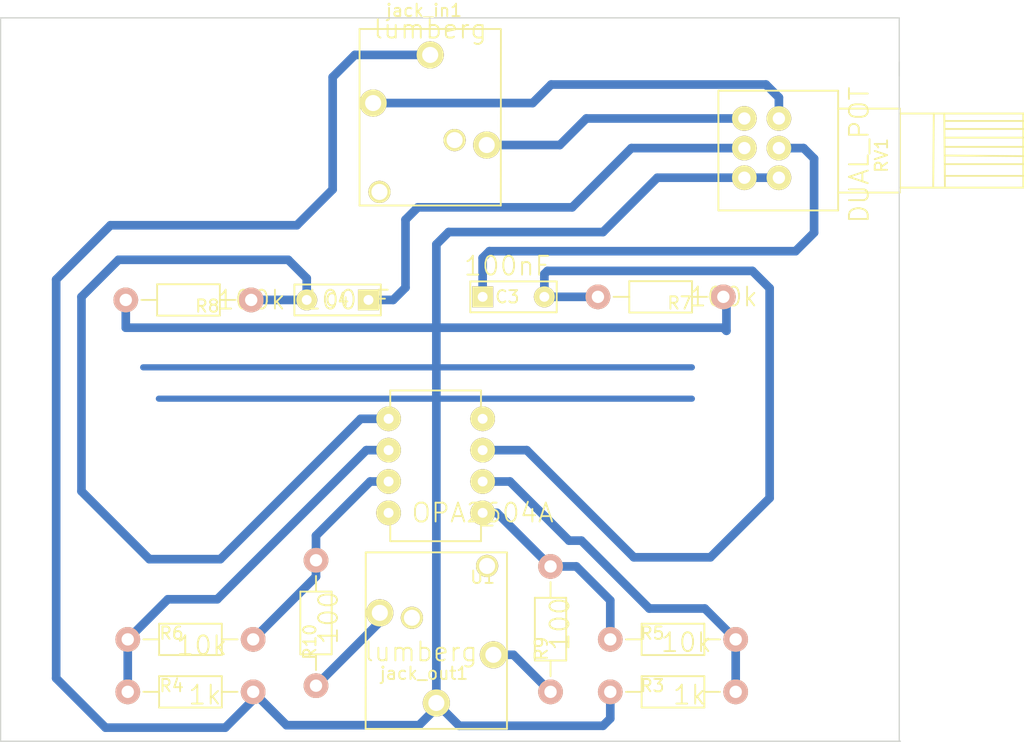
<source format=kicad_pcb>
(kicad_pcb (version 3) (host pcbnew "(22-Jun-2014 BZR 4027)-stable")

  (general
    (links 25)
    (no_connects 0)
    (area 83.649999 62.225 167.625001 123.25)
    (thickness 1.6)
    (drawings 5)
    (tracks 102)
    (zones 0)
    (modules 14)
    (nets 16)
  )

  (page A3)
  (layers
    (15 F.Cu signal)
    (0 B.Cu signal)
    (16 B.Adhes user)
    (17 F.Adhes user)
    (18 B.Paste user)
    (19 F.Paste user)
    (20 B.SilkS user)
    (21 F.SilkS user)
    (22 B.Mask user)
    (23 F.Mask user)
    (24 Dwgs.User user)
    (25 Cmts.User user)
    (26 Eco1.User user)
    (27 Eco2.User user)
    (28 Edge.Cuts user)
  )

  (setup
    (last_trace_width 0.5)
    (trace_clearance 1)
    (zone_clearance 0.508)
    (zone_45_only no)
    (trace_min 0.2)
    (segment_width 0.2)
    (edge_width 0.1)
    (via_size 2)
    (via_drill 1)
    (via_min_size 1.5)
    (via_min_drill 0.3)
    (uvia_size 0.3)
    (uvia_drill 0.1)
    (uvias_allowed no)
    (uvia_min_size 0.2)
    (uvia_min_drill 0.1)
    (pcb_text_width 0.3)
    (pcb_text_size 1.5 1.5)
    (mod_edge_width 0.15)
    (mod_text_size 1 1)
    (mod_text_width 0.15)
    (pad_size 2.2 2.2)
    (pad_drill 1.2)
    (pad_to_mask_clearance 0)
    (aux_axis_origin 0 0)
    (visible_elements 7FFFFFFF)
    (pcbplotparams
      (layerselection 1)
      (usegerberextensions true)
      (excludeedgelayer true)
      (linewidth 0.150000)
      (plotframeref false)
      (viasonmask false)
      (mode 1)
      (useauxorigin false)
      (hpglpennumber 1)
      (hpglpenspeed 20)
      (hpglpendiameter 15)
      (hpglpenoverlay 2)
      (psnegative false)
      (psa4output false)
      (plotreference true)
      (plotvalue true)
      (plotothertext true)
      (plotinvisibletext false)
      (padsonsilk false)
      (subtractmaskfromsilk false)
      (outputformat 1)
      (mirror false)
      (drillshape 0)
      (scaleselection 1)
      (outputdirectory ""))
  )

  (net 0 "")
  (net 1 GNDREF)
  (net 2 N-0000010)
  (net 3 N-0000011)
  (net 4 N-0000012)
  (net 5 N-0000015)
  (net 6 N-000002)
  (net 7 N-000003)
  (net 8 N-000004)
  (net 9 N-000005)
  (net 10 N-000006)
  (net 11 N-000007)
  (net 12 N-000008)
  (net 13 N-000009)
  (net 14 VCC)
  (net 15 VEE)

  (net_class Default "To jest domyślna klasa połączeń."
    (clearance 1)
    (trace_width 0.5)
    (via_dia 2)
    (via_drill 1)
    (uvia_dia 0.3)
    (uvia_drill 0.1)
    (add_net "")
  )

  (net_class gn ""
    (clearance 1)
    (trace_width 0.7)
    (via_dia 2)
    (via_drill 1)
    (uvia_dia 0.3)
    (uvia_drill 0.1)
    (add_net GNDREF)
  )

  (net_class sygn1 ""
    (clearance 1)
    (trace_width 0.7)
    (via_dia 2)
    (via_drill 1)
    (uvia_dia 0.3)
    (uvia_drill 0.1)
    (add_net N-0000010)
    (add_net N-0000011)
    (add_net N-0000012)
    (add_net N-0000015)
    (add_net N-000002)
    (add_net N-000003)
    (add_net N-000004)
    (add_net N-000005)
    (add_net N-000006)
    (add_net N-000007)
    (add_net N-000008)
    (add_net N-000009)
  )

  (net_class sygn2 ""
    (clearance 1)
    (trace_width 0.7)
    (via_dia 2)
    (via_drill 1)
    (uvia_dia 0.3)
    (uvia_drill 0.1)
  )

  (net_class sygn3 ""
    (clearance 1)
    (trace_width 0.7)
    (via_dia 2)
    (via_drill 1)
    (uvia_dia 0.3)
    (uvia_drill 0.1)
  )

  (net_class sygn4 ""
    (clearance 1)
    (trace_width 0.7)
    (via_dia 2)
    (via_drill 1)
    (uvia_dia 0.3)
    (uvia_drill 0.1)
  )

  (net_class sygn5 ""
    (clearance 1)
    (trace_width 0.7)
    (via_dia 2)
    (via_drill 1)
    (uvia_dia 0.3)
    (uvia_drill 0.1)
  )

  (net_class vccvee ""
    (clearance 1)
    (trace_width 0.7)
    (via_dia 2)
    (via_drill 1)
    (uvia_dia 0.3)
    (uvia_drill 0.1)
    (add_net VCC)
    (add_net VEE)
  )

  (module tk_wima_C_Rect_L7_W2.5_P5 (layer F.Cu) (tedit 58C26C2B) (tstamp 58C012B3)
    (at 113.5 87.25 180)
    (descr "wima 7x 2.5x5mm")
    (tags Capacitor)
    (path /5799D456)
    (fp_text reference C4 (at 2.54 0 180) (layer F.SilkS)
      (effects (font (size 1 1) (thickness 0.15)))
    )
    (fp_text value 100nF (at 1.75 0 180) (layer F.SilkS)
      (effects (font (size 1.524 1.524) (thickness 0.15)))
    )
    (fp_line (start -1 -1.25) (end 6 -1.25) (layer F.SilkS) (width 0.15))
    (fp_line (start 6 -1.25) (end 6 1.25) (layer F.SilkS) (width 0.15))
    (fp_line (start 6 1.25) (end -1 1.25) (layer F.SilkS) (width 0.15))
    (fp_line (start -1 1.25) (end -1 -1.25) (layer F.SilkS) (width 0.15))
    (pad 1 thru_hole rect (at 0 0 180) (size 1.7 1.7) (drill 0.8)
      (layers *.Cu *.Mask F.SilkS)
      (net 9 N-000005)
    )
    (pad 2 thru_hole circle (at 5 0 180) (size 1.7 1.7) (drill 0.8)
      (layers *.Cu *.Mask F.SilkS)
      (net 10 N-000006)
    )
    (model Capacitors_ThroughHole.3dshapes/C_Rect_L7_W2_P5.wrl
      (at (xyz 0.1 0 0))
      (scale (xyz 1 1 1))
      (rotate (xyz 0 0 0))
    )
  )

  (module tk_wima_C_Rect_L7_W2.5_P5 (layer F.Cu) (tedit 58C26829) (tstamp 58C012BD)
    (at 122.75 87)
    (descr "wima 7x 2.5x5mm")
    (tags Capacitor)
    (path /5799CC47)
    (fp_text reference C3 (at 2 0) (layer F.SilkS)
      (effects (font (size 1 1) (thickness 0.15)))
    )
    (fp_text value 100nF (at 2 -2.5) (layer F.SilkS)
      (effects (font (size 1.524 1.524) (thickness 0.15)))
    )
    (fp_line (start -1 -1.25) (end 6 -1.25) (layer F.SilkS) (width 0.15))
    (fp_line (start 6 -1.25) (end 6 1.25) (layer F.SilkS) (width 0.15))
    (fp_line (start 6 1.25) (end -1 1.25) (layer F.SilkS) (width 0.15))
    (fp_line (start -1 1.25) (end -1 -1.25) (layer F.SilkS) (width 0.15))
    (pad 1 thru_hole rect (at 0 0) (size 1.7 1.7) (drill 0.8)
      (layers *.Cu *.Mask F.SilkS)
      (net 8 N-000004)
    )
    (pad 2 thru_hole circle (at 5 0) (size 1.7 1.7) (drill 0.8)
      (layers *.Cu *.Mask F.SilkS)
      (net 3 N-0000011)
    )
    (model Capacitors_ThroughHole.3dshapes/C_Rect_L7_W2_P5.wrl
      (at (xyz 0.1 0 0))
      (scale (xyz 1 1 1))
      (rotate (xyz 0 0 0))
    )
  )

  (module tk_Resistor_Horizontal_RM10mm (layer F.Cu) (tedit 58C2931A) (tstamp 58C012CF)
    (at 143.25 119 180)
    (descr "Resistor, Axial,  RM 10mm, 1/3W")
    (tags "Resistor Axial RM 10mm 1/3W")
    (path /576B9F4D)
    (fp_text reference R3 (at 6.75 0.5 180) (layer F.SilkS)
      (effects (font (size 1 1) (thickness 0.15)))
    )
    (fp_text value 1k (at 3.75 -0.25 180) (layer F.SilkS)
      (effects (font (size 1.524 1.524) (thickness 0.15)))
    )
    (fp_line (start 2.54 -1.27) (end 7.62 -1.27) (layer F.SilkS) (width 0.15))
    (fp_line (start 7.62 -1.27) (end 7.62 1.27) (layer F.SilkS) (width 0.15))
    (fp_line (start 7.62 1.27) (end 2.54 1.27) (layer F.SilkS) (width 0.15))
    (fp_line (start 2.54 1.27) (end 2.54 -1.27) (layer F.SilkS) (width 0.15))
    (fp_line (start 2.54 0) (end 1.27 0) (layer F.SilkS) (width 0.15))
    (fp_line (start 7.62 0) (end 8.89 0) (layer F.SilkS) (width 0.15))
    (pad 1 thru_hole circle (at 0 0 180) (size 1.99898 1.99898) (drill 1.00076)
      (layers *.Cu *.SilkS *.Mask)
      (net 13 N-000009)
      (clearance 1)
    )
    (pad 2 thru_hole circle (at 10.16 0 180) (size 1.99898 1.99898) (drill 1.00076)
      (layers *.Cu *.SilkS *.Mask)
      (net 1 GNDREF)
      (clearance 1)
    )
    (model Resistors_ThroughHole.3dshapes/Resistor_Horizontal_RM10mm.wrl
      (at (xyz 0.2 0 0))
      (scale (xyz 0.4 0.4 0.4))
      (rotate (xyz 0 0 0))
    )
  )

  (module tk_Resistor_Horizontal_RM10mm (layer F.Cu) (tedit 58C292E7) (tstamp 58C012DB)
    (at 109.25 118.5 90)
    (descr "Resistor, Axial,  RM 10mm, 1/3W")
    (tags "Resistor Axial RM 10mm 1/3W")
    (path /579B1DA7)
    (fp_text reference R10 (at 3.55 -0.5 90) (layer F.SilkS)
      (effects (font (size 1 1) (thickness 0.15)))
    )
    (fp_text value 100 (at 5.5 1 90) (layer F.SilkS)
      (effects (font (size 1.524 1.524) (thickness 0.15)))
    )
    (fp_line (start 2.54 -1.27) (end 7.62 -1.27) (layer F.SilkS) (width 0.15))
    (fp_line (start 7.62 -1.27) (end 7.62 1.27) (layer F.SilkS) (width 0.15))
    (fp_line (start 7.62 1.27) (end 2.54 1.27) (layer F.SilkS) (width 0.15))
    (fp_line (start 2.54 1.27) (end 2.54 -1.27) (layer F.SilkS) (width 0.15))
    (fp_line (start 2.54 0) (end 1.27 0) (layer F.SilkS) (width 0.15))
    (fp_line (start 7.62 0) (end 8.89 0) (layer F.SilkS) (width 0.15))
    (pad 1 thru_hole circle (at 0 0 90) (size 1.99898 1.99898) (drill 1.00076)
      (layers *.Cu *.SilkS *.Mask)
      (net 12 N-000008)
      (clearance 1)
    )
    (pad 2 thru_hole circle (at 10.16 0 90) (size 1.99898 1.99898) (drill 1.00076)
      (layers *.Cu *.SilkS *.Mask)
      (net 4 N-0000012)
      (clearance 1)
    )
    (model Resistors_ThroughHole.3dshapes/Resistor_Horizontal_RM10mm.wrl
      (at (xyz 0.2 0 0))
      (scale (xyz 0.4 0.4 0.4))
      (rotate (xyz 0 0 0))
    )
  )

  (module tk_Resistor_Horizontal_RM10mm (layer F.Cu) (tedit 58C29308) (tstamp 58C012E7)
    (at 128.25 119 90)
    (descr "Resistor, Axial,  RM 10mm, 1/3W")
    (tags "Resistor Axial RM 10mm 1/3W")
    (path /579B1CB6)
    (fp_text reference R9 (at 3.5 -0.75 90) (layer F.SilkS)
      (effects (font (size 1 1) (thickness 0.15)))
    )
    (fp_text value 100 (at 5.5 0.75 90) (layer F.SilkS)
      (effects (font (size 1.524 1.524) (thickness 0.15)))
    )
    (fp_line (start 2.54 -1.27) (end 7.62 -1.27) (layer F.SilkS) (width 0.15))
    (fp_line (start 7.62 -1.27) (end 7.62 1.27) (layer F.SilkS) (width 0.15))
    (fp_line (start 7.62 1.27) (end 2.54 1.27) (layer F.SilkS) (width 0.15))
    (fp_line (start 2.54 1.27) (end 2.54 -1.27) (layer F.SilkS) (width 0.15))
    (fp_line (start 2.54 0) (end 1.27 0) (layer F.SilkS) (width 0.15))
    (fp_line (start 7.62 0) (end 8.89 0) (layer F.SilkS) (width 0.15))
    (pad 1 thru_hole circle (at 0 0 90) (size 1.99898 1.99898) (drill 1.00076)
      (layers *.Cu *.SilkS *.Mask)
      (net 11 N-000007)
      (clearance 1)
    )
    (pad 2 thru_hole circle (at 10.16 0 90) (size 1.99898 1.99898) (drill 1.00076)
      (layers *.Cu *.SilkS *.Mask)
      (net 5 N-0000015)
      (clearance 1)
    )
    (model Resistors_ThroughHole.3dshapes/Resistor_Horizontal_RM10mm.wrl
      (at (xyz 0.2 0 0))
      (scale (xyz 0.4 0.4 0.4))
      (rotate (xyz 0 0 0))
    )
  )

  (module tk_Resistor_Horizontal_RM10mm (layer F.Cu) (tedit 58BEB39D) (tstamp 58C27CAF)
    (at 104 87.25 180)
    (descr "Resistor, Axial,  RM 10mm, 1/3W")
    (tags "Resistor Axial RM 10mm 1/3W")
    (path /576BC3E9)
    (fp_text reference R8 (at 3.55 -0.5 180) (layer F.SilkS)
      (effects (font (size 1 1) (thickness 0.15)))
    )
    (fp_text value 100k (at 0 0 180) (layer F.SilkS)
      (effects (font (size 1.524 1.524) (thickness 0.15)))
    )
    (fp_line (start 2.54 -1.27) (end 7.62 -1.27) (layer F.SilkS) (width 0.15))
    (fp_line (start 7.62 -1.27) (end 7.62 1.27) (layer F.SilkS) (width 0.15))
    (fp_line (start 7.62 1.27) (end 2.54 1.27) (layer F.SilkS) (width 0.15))
    (fp_line (start 2.54 1.27) (end 2.54 -1.27) (layer F.SilkS) (width 0.15))
    (fp_line (start 2.54 0) (end 1.27 0) (layer F.SilkS) (width 0.15))
    (fp_line (start 7.62 0) (end 8.89 0) (layer F.SilkS) (width 0.15))
    (pad 1 thru_hole circle (at 0 0 180) (size 1.99898 1.99898) (drill 1.00076)
      (layers *.Cu *.SilkS *.Mask)
      (net 10 N-000006)
      (clearance 1)
    )
    (pad 2 thru_hole circle (at 10.16 0 180) (size 1.99898 1.99898) (drill 1.00076)
      (layers *.Cu *.SilkS *.Mask)
      (net 1 GNDREF)
      (clearance 1)
    )
    (model Resistors_ThroughHole.3dshapes/Resistor_Horizontal_RM10mm.wrl
      (at (xyz 0.2 0 0))
      (scale (xyz 0.4 0.4 0.4))
      (rotate (xyz 0 0 0))
    )
  )

  (module tk_Resistor_Horizontal_RM10mm (layer F.Cu) (tedit 58BEB39D) (tstamp 58C012FF)
    (at 142.25 87 180)
    (descr "Resistor, Axial,  RM 10mm, 1/3W")
    (tags "Resistor Axial RM 10mm 1/3W")
    (path /576BC398)
    (fp_text reference R7 (at 3.55 -0.5 180) (layer F.SilkS)
      (effects (font (size 1 1) (thickness 0.15)))
    )
    (fp_text value 100k (at 0 0 180) (layer F.SilkS)
      (effects (font (size 1.524 1.524) (thickness 0.15)))
    )
    (fp_line (start 2.54 -1.27) (end 7.62 -1.27) (layer F.SilkS) (width 0.15))
    (fp_line (start 7.62 -1.27) (end 7.62 1.27) (layer F.SilkS) (width 0.15))
    (fp_line (start 7.62 1.27) (end 2.54 1.27) (layer F.SilkS) (width 0.15))
    (fp_line (start 2.54 1.27) (end 2.54 -1.27) (layer F.SilkS) (width 0.15))
    (fp_line (start 2.54 0) (end 1.27 0) (layer F.SilkS) (width 0.15))
    (fp_line (start 7.62 0) (end 8.89 0) (layer F.SilkS) (width 0.15))
    (pad 1 thru_hole circle (at 0 0 180) (size 1.99898 1.99898) (drill 1.00076)
      (layers *.Cu *.SilkS *.Mask)
      (net 1 GNDREF)
      (clearance 1)
    )
    (pad 2 thru_hole circle (at 10.16 0 180) (size 1.99898 1.99898) (drill 1.00076)
      (layers *.Cu *.SilkS *.Mask)
      (net 3 N-0000011)
      (clearance 1)
    )
    (model Resistors_ThroughHole.3dshapes/Resistor_Horizontal_RM10mm.wrl
      (at (xyz 0.2 0 0))
      (scale (xyz 0.4 0.4 0.4))
      (rotate (xyz 0 0 0))
    )
  )

  (module tk_Resistor_Horizontal_RM10mm (layer F.Cu) (tedit 58C292C9) (tstamp 58C0130B)
    (at 94 119)
    (descr "Resistor, Axial,  RM 10mm, 1/3W")
    (tags "Resistor Axial RM 10mm 1/3W")
    (path /576B9EB8)
    (fp_text reference R4 (at 3.55 -0.5) (layer F.SilkS)
      (effects (font (size 1 1) (thickness 0.15)))
    )
    (fp_text value 1k (at 6.25 0.25) (layer F.SilkS)
      (effects (font (size 1.524 1.524) (thickness 0.15)))
    )
    (fp_line (start 2.54 -1.27) (end 7.62 -1.27) (layer F.SilkS) (width 0.15))
    (fp_line (start 7.62 -1.27) (end 7.62 1.27) (layer F.SilkS) (width 0.15))
    (fp_line (start 7.62 1.27) (end 2.54 1.27) (layer F.SilkS) (width 0.15))
    (fp_line (start 2.54 1.27) (end 2.54 -1.27) (layer F.SilkS) (width 0.15))
    (fp_line (start 2.54 0) (end 1.27 0) (layer F.SilkS) (width 0.15))
    (fp_line (start 7.62 0) (end 8.89 0) (layer F.SilkS) (width 0.15))
    (pad 1 thru_hole circle (at 0 0) (size 1.99898 1.99898) (drill 1.00076)
      (layers *.Cu *.SilkS *.Mask)
      (net 2 N-0000010)
      (clearance 1)
    )
    (pad 2 thru_hole circle (at 10.16 0) (size 1.99898 1.99898) (drill 1.00076)
      (layers *.Cu *.SilkS *.Mask)
      (net 1 GNDREF)
      (clearance 1)
    )
    (model Resistors_ThroughHole.3dshapes/Resistor_Horizontal_RM10mm.wrl
      (at (xyz 0.2 0 0))
      (scale (xyz 0.4 0.4 0.4))
      (rotate (xyz 0 0 0))
    )
  )

  (module tk_Resistor_Horizontal_RM10mm (layer F.Cu) (tedit 58C292D4) (tstamp 58C01317)
    (at 94 114.75)
    (descr "Resistor, Axial,  RM 10mm, 1/3W")
    (tags "Resistor Axial RM 10mm 1/3W")
    (path /576B9B93)
    (fp_text reference R6 (at 3.55 -0.5) (layer F.SilkS)
      (effects (font (size 1 1) (thickness 0.15)))
    )
    (fp_text value 10k (at 6 0.5) (layer F.SilkS)
      (effects (font (size 1.524 1.524) (thickness 0.15)))
    )
    (fp_line (start 2.54 -1.27) (end 7.62 -1.27) (layer F.SilkS) (width 0.15))
    (fp_line (start 7.62 -1.27) (end 7.62 1.27) (layer F.SilkS) (width 0.15))
    (fp_line (start 7.62 1.27) (end 2.54 1.27) (layer F.SilkS) (width 0.15))
    (fp_line (start 2.54 1.27) (end 2.54 -1.27) (layer F.SilkS) (width 0.15))
    (fp_line (start 2.54 0) (end 1.27 0) (layer F.SilkS) (width 0.15))
    (fp_line (start 7.62 0) (end 8.89 0) (layer F.SilkS) (width 0.15))
    (pad 1 thru_hole circle (at 0 0) (size 1.99898 1.99898) (drill 1.00076)
      (layers *.Cu *.SilkS *.Mask)
      (net 2 N-0000010)
      (clearance 1)
    )
    (pad 2 thru_hole circle (at 10.16 0) (size 1.99898 1.99898) (drill 1.00076)
      (layers *.Cu *.SilkS *.Mask)
      (net 4 N-0000012)
      (clearance 1)
    )
    (model Resistors_ThroughHole.3dshapes/Resistor_Horizontal_RM10mm.wrl
      (at (xyz 0.2 0 0))
      (scale (xyz 0.4 0.4 0.4))
      (rotate (xyz 0 0 0))
    )
  )

  (module tk_Resistor_Horizontal_RM10mm (layer F.Cu) (tedit 58C29312) (tstamp 58C01323)
    (at 143.25 114.75 180)
    (descr "Resistor, Axial,  RM 10mm, 1/3W")
    (tags "Resistor Axial RM 10mm 1/3W")
    (path /576B9B60)
    (fp_text reference R5 (at 6.75 0.5 180) (layer F.SilkS)
      (effects (font (size 1 1) (thickness 0.15)))
    )
    (fp_text value 10k (at 4 -0.25 180) (layer F.SilkS)
      (effects (font (size 1.524 1.524) (thickness 0.15)))
    )
    (fp_line (start 2.54 -1.27) (end 7.62 -1.27) (layer F.SilkS) (width 0.15))
    (fp_line (start 7.62 -1.27) (end 7.62 1.27) (layer F.SilkS) (width 0.15))
    (fp_line (start 7.62 1.27) (end 2.54 1.27) (layer F.SilkS) (width 0.15))
    (fp_line (start 2.54 1.27) (end 2.54 -1.27) (layer F.SilkS) (width 0.15))
    (fp_line (start 2.54 0) (end 1.27 0) (layer F.SilkS) (width 0.15))
    (fp_line (start 7.62 0) (end 8.89 0) (layer F.SilkS) (width 0.15))
    (pad 1 thru_hole circle (at 0 0 180) (size 1.99898 1.99898) (drill 1.00076)
      (layers *.Cu *.SilkS *.Mask)
      (net 13 N-000009)
      (clearance 1)
    )
    (pad 2 thru_hole circle (at 10.16 0 180) (size 1.99898 1.99898) (drill 1.00076)
      (layers *.Cu *.SilkS *.Mask)
      (net 5 N-0000015)
      (clearance 1)
    )
    (model Resistors_ThroughHole.3dshapes/Resistor_Horizontal_RM10mm.wrl
      (at (xyz 0.2 0 0))
      (scale (xyz 0.4 0.4 0.4))
      (rotate (xyz 0 0 0))
    )
  )

  (module tk_Potentiometer_10k-double-nioh (layer F.Cu) (tedit 58BEC0F4) (tstamp 58C27B76)
    (at 151.25 73 90)
    (descr "Potentiometer, double, dual,  Alps, RK16, single, RevA, 30 July 2010,")
    (tags "Potentiometer, double, dual, Alps, RK16, single, RevA, 30 July 2010,")
    (path /576BB17C)
    (fp_text reference RV1 (at -2.54 3.81 90) (layer F.SilkS)
      (effects (font (size 1 1) (thickness 0.15)))
    )
    (fp_text value DUAL_POT (at -2.5 2 90) (layer F.SilkS)
      (effects (font (size 1.524 1.524) (thickness 0.15)))
    )
    (fp_line (start -5.1 8.95) (end 0.8 8.9) (layer F.SilkS) (width 0.15))
    (fp_line (start -4.2 8.95) (end -4.2 15.25) (layer F.SilkS) (width 0.15))
    (fp_line (start -3.25 8.95) (end -3.25 15.3) (layer F.SilkS) (width 0.15))
    (fp_line (start -2.55 8.95) (end -2.6 15.25) (layer F.SilkS) (width 0.15))
    (fp_line (start -1.85 8.95) (end -1.85 15.25) (layer F.SilkS) (width 0.15))
    (fp_line (start -1.1 9) (end -1.1 15.3) (layer F.SilkS) (width 0.15))
    (fp_line (start -0.4 9) (end -0.4 15.25) (layer F.SilkS) (width 0.15))
    (fp_line (start 0.25 8.95) (end 0.25 15.25) (layer F.SilkS) (width 0.15))
    (fp_line (start 0.85 8.05) (end -5.15 8) (layer F.SilkS) (width 0.15))
    (fp_line (start 0.85 5.3) (end -5.15 5.3) (layer F.SilkS) (width 0.15))
    (fp_line (start -5.15 5.3) (end -5.15 15.3) (layer F.SilkS) (width 0.15))
    (fp_line (start -5.15 15.3) (end 0.85 15.3) (layer F.SilkS) (width 0.15))
    (fp_line (start 0.85 15.3) (end 0.85 5.3) (layer F.SilkS) (width 0.15))
    (fp_line (start -5.55 0.3) (end -5.55 5.3) (layer F.SilkS) (width 0.15))
    (fp_line (start -5.55 5.3) (end 1.25 5.3) (layer F.SilkS) (width 0.15))
    (fp_line (start 1.25 0.3) (end 1.25 5.3) (layer F.SilkS) (width 0.15))
    (fp_line (start 2.7 0.3) (end 2.7 -9.4) (layer F.SilkS) (width 0.15))
    (fp_line (start 2.7 -9.4) (end -7 -9.4) (layer F.SilkS) (width 0.15))
    (fp_line (start -7 0.3) (end 2.7 0.3) (layer F.SilkS) (width 0.15))
    (fp_line (start -7 -9.4) (end -7 0.3) (layer F.SilkS) (width 0.15))
    (pad 4 thru_hole circle (at -4.35 -7.3) (size 2 2) (drill 1)
      (layers *.Cu *.Mask F.SilkS)
      (net 1 GNDREF)
      (clearance 1)
    )
    (pad 5 thru_hole circle (at -1.95 -7.3) (size 2 2) (drill 1)
      (layers *.Cu *.Mask F.SilkS)
      (net 9 N-000005)
      (clearance 1)
    )
    (pad 6 thru_hole circle (at 0.45 -7.3) (size 2 2) (drill 1)
      (layers *.Cu *.Mask F.SilkS)
      (net 7 N-000003)
      (clearance 1)
    )
    (pad 2 thru_hole circle (at -1.95 -4.5) (size 2 2) (drill 1)
      (layers *.Cu *.Mask F.SilkS)
      (net 8 N-000004)
      (clearance 1)
    )
    (pad 1 thru_hole circle (at -4.35 -4.5) (size 2 2) (drill 1)
      (layers *.Cu *.Mask F.SilkS)
      (net 1 GNDREF)
      (clearance 1)
    )
    (pad 3 thru_hole circle (at 0.45 -4.5) (size 2 2) (drill 1)
      (layers *.Cu *.Mask F.SilkS)
      (net 6 N-000002)
      (clearance 1)
    )
  )

  (module tk_lumberg (layer F.Cu) (tedit 58C292F8) (tstamp 58C01366)
    (at 119 122)
    (path /579600D8)
    (fp_text reference jack_out1 (at -1 -4.5) (layer F.SilkS)
      (effects (font (size 1 1) (thickness 0.15)))
    )
    (fp_text value lumberg (at -1.25 -6.25) (layer F.SilkS)
      (effects (font (size 1.524 1.524) (thickness 0.15)))
    )
    (fp_line (start -5.72 0) (end 5.72 0) (layer F.SilkS) (width 0.15))
    (fp_line (start 5.72 0) (end 5.72 -14.3) (layer F.SilkS) (width 0.15))
    (fp_line (start 5.72 -14.3) (end -5.72 -14.3) (layer F.SilkS) (width 0.15))
    (fp_line (start -5.72 -14.3) (end -5.73 -0.02) (layer F.SilkS) (width 0.15))
    (pad 1 thru_hole circle (at 0 -2.1) (size 2.2 2.2) (drill 1.3)
      (layers *.Cu *.Mask F.SilkS)
      (net 1 GNDREF)
    )
    (pad 2 thru_hole circle (at 4.62 -6) (size 2.2 2.2) (drill 1.3)
      (layers *.Cu *.Mask F.SilkS)
      (net 11 N-000007)
    )
    (pad 3 thru_hole circle (at -4.58 -9.4) (size 2.2 2.2) (drill 1.3)
      (layers *.Cu *.Mask F.SilkS)
      (net 12 N-000008)
    )
    (pad 4 thru_hole circle (at -1.98 -9) (size 1.8 1.8) (drill 1.3)
      (layers *.Cu *.Mask F.SilkS)
    )
    (pad 5 thru_hole circle (at 4.11 -13.2) (size 1.8 1.8) (drill 1.3)
      (layers *.Cu *.Mask F.SilkS)
    )
  )

  (module tk_lumberg (layer F.Cu) (tedit 58BEB257) (tstamp 58C01373)
    (at 118.5 65.3 180)
    (path /57961887)
    (fp_text reference jack_in1 (at 0.5 1.5 180) (layer F.SilkS)
      (effects (font (size 1 1) (thickness 0.15)))
    )
    (fp_text value lumberg (at 0 0 180) (layer F.SilkS)
      (effects (font (size 1.524 1.524) (thickness 0.15)))
    )
    (fp_line (start -5.72 0) (end 5.72 0) (layer F.SilkS) (width 0.15))
    (fp_line (start 5.72 0) (end 5.72 -14.3) (layer F.SilkS) (width 0.15))
    (fp_line (start 5.72 -14.3) (end -5.72 -14.3) (layer F.SilkS) (width 0.15))
    (fp_line (start -5.72 -14.3) (end -5.73 -0.02) (layer F.SilkS) (width 0.15))
    (pad 1 thru_hole circle (at 0 -2.1 180) (size 2.2 2.2) (drill 1.3)
      (layers *.Cu *.Mask F.SilkS)
      (net 1 GNDREF)
    )
    (pad 2 thru_hole circle (at 4.62 -6 180) (size 2.2 2.2) (drill 1.3)
      (layers *.Cu *.Mask F.SilkS)
      (net 6 N-000002)
    )
    (pad 3 thru_hole circle (at -4.58 -9.4 180) (size 2.2 2.2) (drill 1.3)
      (layers *.Cu *.Mask F.SilkS)
      (net 7 N-000003)
    )
    (pad 4 thru_hole circle (at -1.98 -9 180) (size 1.8 1.8) (drill 1.3)
      (layers *.Cu *.Mask F.SilkS)
    )
    (pad 5 thru_hole circle (at 4.11 -13.2 180) (size 1.8 1.8) (drill 1.3)
      (layers *.Cu *.Mask F.SilkS)
    )
  )

  (module tk_DIP-8_W7.62mm (layer F.Cu) (tedit 584FF285) (tstamp 58C01386)
    (at 122.75 104.5 180)
    (descr "8-lead dip package, row spacing 7.62 mm (300 mils)")
    (tags "dil dip 2.54 300")
    (path /576B95AD)
    (clearance 1)
    (fp_text reference U1 (at 0 -5.22 180) (layer F.SilkS)
      (effects (font (size 1 1) (thickness 0.15)))
    )
    (fp_text value OPA2604A (at 0 0 180) (layer F.SilkS)
      (effects (font (size 1.524 1.524) (thickness 0.15)))
    )
    (fp_line (start 0.135 -2.295) (end 0.135 -1.025) (layer F.SilkS) (width 0.15))
    (fp_line (start 7.485 -2.295) (end 7.485 -1.025) (layer F.SilkS) (width 0.15))
    (fp_line (start 7.485 9.915) (end 7.485 8.645) (layer F.SilkS) (width 0.15))
    (fp_line (start 0.135 9.915) (end 0.135 8.645) (layer F.SilkS) (width 0.15))
    (fp_line (start 0.135 -2.295) (end 7.485 -2.295) (layer F.SilkS) (width 0.15))
    (fp_line (start 0.135 9.915) (end 7.485 9.915) (layer F.SilkS) (width 0.15))
    (fp_line (start 0.135 -1.025) (end -0.8 -1.025) (layer F.SilkS) (width 0.15))
    (pad 1 thru_hole oval (at 0 0 180) (size 2 2) (drill 0.8)
      (layers *.Cu *.Mask F.SilkS)
      (net 5 N-0000015)
    )
    (pad 2 thru_hole oval (at 0 2.54 180) (size 2 2) (drill 0.8)
      (layers *.Cu *.Mask F.SilkS)
      (net 13 N-000009)
    )
    (pad 3 thru_hole oval (at 0 5.08 180) (size 2 2) (drill 0.8)
      (layers *.Cu *.Mask F.SilkS)
      (net 3 N-0000011)
    )
    (pad 4 thru_hole oval (at 0 7.62 180) (size 2 2) (drill 0.8)
      (layers *.Cu *.Mask F.SilkS)
      (net 15 VEE)
    )
    (pad 5 thru_hole oval (at 7.62 7.62 180) (size 2 2) (drill 0.8)
      (layers *.Cu *.Mask F.SilkS)
      (net 10 N-000006)
    )
    (pad 6 thru_hole oval (at 7.62 5.08 180) (size 2 2) (drill 0.8)
      (layers *.Cu *.Mask F.SilkS)
      (net 2 N-0000010)
    )
    (pad 7 thru_hole oval (at 7.62 2.54 180) (size 2 2) (drill 0.8)
      (layers *.Cu *.Mask F.SilkS)
      (net 4 N-0000012)
    )
    (pad 8 thru_hole oval (at 7.62 0 180) (size 2 2) (drill 0.8)
      (layers *.Cu *.Mask F.SilkS)
      (net 14 VCC)
    )
    (model Housings_DIP.3dshapes/DIP-8_W7.62mm.wrl
      (at (xyz 0 0 0))
      (scale (xyz 1 1 1))
      (rotate (xyz 0 0 0))
    )
  )

  (gr_line (start 156.5 64.4) (end 156.5 69.1) (angle 90) (layer Edge.Cuts) (width 0.1))
  (gr_line (start 83.7 64.4) (end 156.5 64.4) (angle 90) (layer Edge.Cuts) (width 0.1))
  (gr_line (start 83.7 123) (end 83.7 64.4) (angle 90) (layer Edge.Cuts) (width 0.1))
  (gr_line (start 83.7 123) (end 156.6 123) (angle 90) (layer Edge.Cuts) (width 0.1))
  (gr_line (start 156.5 68) (end 156.5 123) (angle 90) (layer Edge.Cuts) (width 0.1))

  (segment (start 96.52 95.25) (end 139.7 95.25) (width 0.5) (layer B.Cu) (net 0))
  (segment (start 95.25 92.71) (end 139.7 92.71) (width 0.5) (layer B.Cu) (net 0))
  (segment (start 104.16 119) (end 104.16 119.64) (width 0.7) (layer B.Cu) (net 1))
  (segment (start 112.4 67.4) (end 118.5 67.4) (width 0.7) (layer B.Cu) (net 1) (tstamp 58C2BB0A))
  (segment (start 110.6 69.2) (end 112.4 67.4) (width 0.7) (layer B.Cu) (net 1) (tstamp 58C2BB09))
  (segment (start 110.6 78.3) (end 110.6 69.2) (width 0.7) (layer B.Cu) (net 1) (tstamp 58C2BB07))
  (segment (start 107.7 81.2) (end 110.6 78.3) (width 0.7) (layer B.Cu) (net 1) (tstamp 58C2BB06))
  (segment (start 92.6 81.2) (end 107.7 81.2) (width 0.7) (layer B.Cu) (net 1) (tstamp 58C2BB04))
  (segment (start 88.2 85.6) (end 92.6 81.2) (width 0.7) (layer B.Cu) (net 1) (tstamp 58C2BB02))
  (segment (start 88.2 117.9) (end 88.2 85.6) (width 0.7) (layer B.Cu) (net 1) (tstamp 58C2BB00))
  (segment (start 92.2 121.9) (end 88.2 117.9) (width 0.7) (layer B.Cu) (net 1) (tstamp 58C2BAFF))
  (segment (start 101.9 121.9) (end 92.2 121.9) (width 0.7) (layer B.Cu) (net 1) (tstamp 58C2BAFE))
  (segment (start 104.16 119.64) (end 101.9 121.9) (width 0.7) (layer B.Cu) (net 1) (tstamp 58C2BAFD))
  (segment (start 119 119.9) (end 119 120.3) (width 0.7) (layer B.Cu) (net 1))
  (segment (start 106.86 121.7) (end 104.16 119) (width 0.7) (layer B.Cu) (net 1) (tstamp 58C2BAFB))
  (segment (start 117.6 121.7) (end 106.86 121.7) (width 0.7) (layer B.Cu) (net 1) (tstamp 58C2BAFA))
  (segment (start 119 120.3) (end 117.6 121.7) (width 0.7) (layer B.Cu) (net 1) (tstamp 58C2BAF9))
  (segment (start 133.09 119) (end 133.09 121.16) (width 0.7) (layer B.Cu) (net 1))
  (segment (start 120.85 121.75) (end 119 119.9) (width 0.7) (layer B.Cu) (net 1) (tstamp 58C2904F))
  (segment (start 132.5 121.75) (end 120.85 121.75) (width 0.7) (layer B.Cu) (net 1) (tstamp 58C2904B))
  (segment (start 133.09 121.16) (end 132.5 121.75) (width 0.7) (layer B.Cu) (net 1) (tstamp 58C29047))
  (segment (start 143.95 77.35) (end 146.75 77.35) (width 0.7) (layer B.Cu) (net 1))
  (segment (start 119 89.5) (end 119 82.75) (width 0.7) (layer B.Cu) (net 1))
  (segment (start 136.9 77.35) (end 143.95 77.35) (width 0.7) (layer B.Cu) (net 1) (tstamp 58C28FDE))
  (segment (start 132.5 81.75) (end 136.9 77.35) (width 0.7) (layer B.Cu) (net 1) (tstamp 58C28FDA))
  (segment (start 120 81.75) (end 132.5 81.75) (width 0.7) (layer B.Cu) (net 1) (tstamp 58C28FD5))
  (segment (start 119 82.75) (end 120 81.75) (width 0.7) (layer B.Cu) (net 1) (tstamp 58C28FD2))
  (segment (start 119 119.9) (end 119 89.5) (width 0.7) (layer B.Cu) (net 1))
  (segment (start 93.84 89.5) (end 119 89.5) (width 0.7) (layer B.Cu) (net 1))
  (segment (start 119 89.5) (end 142.25 89.5) (width 0.7) (layer B.Cu) (net 1) (tstamp 58C28EEC))
  (segment (start 142.25 89.5) (end 142.5 89.75) (width 0.7) (layer B.Cu) (net 1) (tstamp 58C28EBA))
  (segment (start 142.5 89.75) (end 142.5 87.25) (width 0.7) (layer B.Cu) (net 1) (tstamp 58C28EBF))
  (segment (start 142.5 87.25) (end 142.25 87) (width 0.7) (layer B.Cu) (net 1) (tstamp 58C28935))
  (segment (start 93.84 87.25) (end 93.84 89.5) (width 0.7) (layer B.Cu) (net 1))
  (segment (start 94 119) (end 94 114.75) (width 0.7) (layer B.Cu) (net 2))
  (segment (start 115.13 99.42) (end 113.33 99.42) (width 0.7) (layer B.Cu) (net 2))
  (segment (start 97.25 111.5) (end 94 114.75) (width 0.7) (layer B.Cu) (net 2) (tstamp 58C27D1D))
  (segment (start 101.25 111.5) (end 97.25 111.5) (width 0.7) (layer B.Cu) (net 2) (tstamp 58C27D1C))
  (segment (start 113.33 99.42) (end 101.25 111.5) (width 0.7) (layer B.Cu) (net 2) (tstamp 58C27D1B))
  (segment (start 127.75 87) (end 127.75 85.15) (width 0.7) (layer B.Cu) (net 3))
  (segment (start 126.32 99.42) (end 122.75 99.42) (width 0.7) (layer B.Cu) (net 3) (tstamp 58C2BB32))
  (segment (start 135 108.1) (end 126.32 99.42) (width 0.7) (layer B.Cu) (net 3) (tstamp 58C2BB30))
  (segment (start 141.2 108.1) (end 135 108.1) (width 0.7) (layer B.Cu) (net 3) (tstamp 58C2BB2E))
  (segment (start 146 103.3) (end 141.2 108.1) (width 0.7) (layer B.Cu) (net 3) (tstamp 58C2BB2C))
  (segment (start 146 86.3) (end 146 103.3) (width 0.7) (layer B.Cu) (net 3) (tstamp 58C2BB2B))
  (segment (start 144.6 84.9) (end 146 86.3) (width 0.7) (layer B.Cu) (net 3) (tstamp 58C2BB2A))
  (segment (start 128 84.9) (end 144.6 84.9) (width 0.7) (layer B.Cu) (net 3) (tstamp 58C2BB29))
  (segment (start 127.75 85.15) (end 128 84.9) (width 0.7) (layer B.Cu) (net 3) (tstamp 58C2BB28))
  (segment (start 132.09 87) (end 127.75 87) (width 0.7) (layer B.Cu) (net 3))
  (segment (start 115.13 101.96) (end 113.64 101.96) (width 0.7) (layer B.Cu) (net 4))
  (segment (start 109.25 106.35) (end 109.25 108.34) (width 0.7) (layer B.Cu) (net 4) (tstamp 58C2BB0E))
  (segment (start 113.64 101.96) (end 109.25 106.35) (width 0.7) (layer B.Cu) (net 4) (tstamp 58C2BB0D))
  (segment (start 109.25 108.34) (end 109.25 109.66) (width 0.7) (layer B.Cu) (net 4))
  (segment (start 109.25 109.66) (end 104.16 114.75) (width 0.7) (layer B.Cu) (net 4) (tstamp 58C27D15))
  (segment (start 128.25 108.84) (end 130.34 108.84) (width 0.7) (layer B.Cu) (net 5))
  (segment (start 133.09 111.59) (end 133.09 114.75) (width 0.7) (layer B.Cu) (net 5) (tstamp 58C2875C))
  (segment (start 130.34 108.84) (end 133.09 111.59) (width 0.7) (layer B.Cu) (net 5) (tstamp 58C28757))
  (segment (start 122.75 104.5) (end 123.91 104.5) (width 0.7) (layer B.Cu) (net 5))
  (segment (start 123.91 104.5) (end 128.25 108.84) (width 0.7) (layer B.Cu) (net 5) (tstamp 58C28752))
  (segment (start 113.88 71.3) (end 126.8 71.3) (width 0.7) (layer B.Cu) (net 6))
  (segment (start 146.75 70.85) (end 146.75 72.55) (width 0.7) (layer B.Cu) (net 6) (tstamp 58C29DC5))
  (segment (start 145.7 69.8) (end 146.75 70.85) (width 0.7) (layer B.Cu) (net 6) (tstamp 58C29DC0))
  (segment (start 128.3 69.8) (end 145.7 69.8) (width 0.7) (layer B.Cu) (net 6) (tstamp 58C29DBD))
  (segment (start 126.8 71.3) (end 128.3 69.8) (width 0.7) (layer B.Cu) (net 6) (tstamp 58C29DB5))
  (segment (start 123.08 74.7) (end 129 74.7) (width 0.7) (layer B.Cu) (net 7))
  (segment (start 131.15 72.55) (end 143.95 72.55) (width 0.7) (layer B.Cu) (net 7) (tstamp 58C29DA9))
  (segment (start 129 74.7) (end 131.15 72.55) (width 0.7) (layer B.Cu) (net 7) (tstamp 58C29D9E))
  (segment (start 122.75 87) (end 122.75 83.85) (width 0.7) (layer B.Cu) (net 8))
  (segment (start 148.75 74.95) (end 146.75 74.95) (width 0.7) (layer B.Cu) (net 8) (tstamp 58C2BB25))
  (segment (start 149.6 75.8) (end 148.75 74.95) (width 0.7) (layer B.Cu) (net 8) (tstamp 58C2BB24))
  (segment (start 149.6 81.8) (end 149.6 75.8) (width 0.7) (layer B.Cu) (net 8) (tstamp 58C2BB23))
  (segment (start 148.1 83.3) (end 149.6 81.8) (width 0.7) (layer B.Cu) (net 8) (tstamp 58C2BB22))
  (segment (start 123.3 83.3) (end 148.1 83.3) (width 0.7) (layer B.Cu) (net 8) (tstamp 58C2BB21))
  (segment (start 122.75 83.85) (end 123.3 83.3) (width 0.7) (layer B.Cu) (net 8) (tstamp 58C2BB20))
  (segment (start 113.5 87.25) (end 115.5 87.25) (width 0.7) (layer B.Cu) (net 9))
  (segment (start 134.8 74.95) (end 143.95 74.95) (width 0.7) (layer B.Cu) (net 9) (tstamp 58C28F33))
  (segment (start 130 79.75) (end 134.8 74.95) (width 0.7) (layer B.Cu) (net 9) (tstamp 58C28F2F))
  (segment (start 117.5 79.75) (end 130 79.75) (width 0.7) (layer B.Cu) (net 9) (tstamp 58C28F1D))
  (segment (start 116.5 80.75) (end 117.5 79.75) (width 0.7) (layer B.Cu) (net 9) (tstamp 58C28F1A))
  (segment (start 116.5 86.25) (end 116.5 80.75) (width 0.7) (layer B.Cu) (net 9) (tstamp 58C28F17))
  (segment (start 115.5 87.25) (end 116.5 86.25) (width 0.7) (layer B.Cu) (net 9) (tstamp 58C28F08))
  (segment (start 108.5 87.25) (end 104 87.25) (width 0.7) (layer B.Cu) (net 10))
  (segment (start 115.13 96.88) (end 112.87 96.88) (width 0.7) (layer B.Cu) (net 10))
  (segment (start 108.5 85.5) (end 108.5 87.25) (width 0.7) (layer B.Cu) (net 10) (tstamp 58C2864D))
  (segment (start 107 84) (end 108.5 85.5) (width 0.7) (layer B.Cu) (net 10) (tstamp 58C28647))
  (segment (start 93.25 84) (end 107 84) (width 0.7) (layer B.Cu) (net 10) (tstamp 58C28640))
  (segment (start 90.25 87) (end 93.25 84) (width 0.7) (layer B.Cu) (net 10) (tstamp 58C2863E))
  (segment (start 90.25 102.75) (end 90.25 87) (width 0.7) (layer B.Cu) (net 10) (tstamp 58C28637))
  (segment (start 95.75 108.25) (end 90.25 102.75) (width 0.7) (layer B.Cu) (net 10) (tstamp 58C28633))
  (segment (start 101.5 108.25) (end 95.75 108.25) (width 0.7) (layer B.Cu) (net 10) (tstamp 58C2862E))
  (segment (start 112.87 96.88) (end 101.5 108.25) (width 0.7) (layer B.Cu) (net 10) (tstamp 58C28628))
  (segment (start 123.62 116) (end 125.25 116) (width 0.7) (layer B.Cu) (net 11))
  (segment (start 125.25 116) (end 128.25 119) (width 0.7) (layer B.Cu) (net 11) (tstamp 58C27208))
  (segment (start 114.42 112.6) (end 114.42 113.33) (width 0.7) (layer B.Cu) (net 12))
  (segment (start 114.42 113.33) (end 109.25 118.5) (width 0.7) (layer B.Cu) (net 12) (tstamp 58C27210))
  (segment (start 143.25 119) (end 143.25 114.75) (width 0.7) (layer B.Cu) (net 13))
  (segment (start 122.75 101.96) (end 124.96 101.96) (width 0.7) (layer B.Cu) (net 13))
  (segment (start 140.75 112.25) (end 143.25 114.75) (width 0.7) (layer B.Cu) (net 13) (tstamp 58C2882F))
  (segment (start 136.25 112.25) (end 140.75 112.25) (width 0.7) (layer B.Cu) (net 13) (tstamp 58C2882D))
  (segment (start 130.75 106.75) (end 136.25 112.25) (width 0.7) (layer B.Cu) (net 13) (tstamp 58C2882C))
  (segment (start 129.75 106.75) (end 130.75 106.75) (width 0.7) (layer B.Cu) (net 13) (tstamp 58C2882B))
  (segment (start 124.96 101.96) (end 129.75 106.75) (width 0.7) (layer B.Cu) (net 13) (tstamp 58C2882A))

)

</source>
